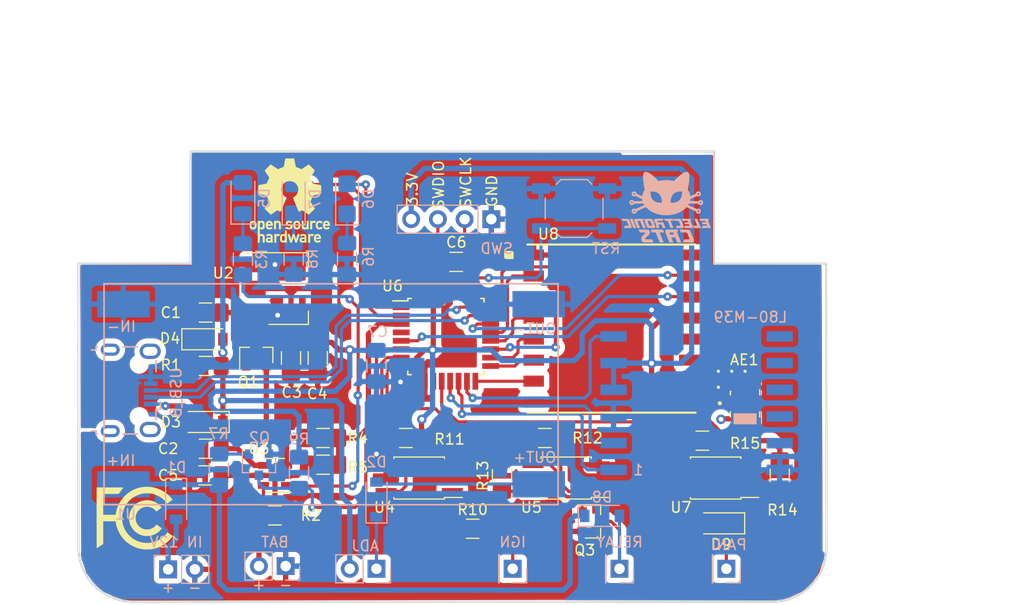
<source format=kicad_pcb>
(kicad_pcb (version 20221018) (generator pcbnew)
  (title_block (title "CatWAN Tracker Vehicular") (date "2019-03-25") (rev "0.1v") (company "Electronic Cats") (comment 1 "Ignacio Acosta"))
  (layers (0 "F.Cu" signal) (31 "B.Cu" signal) (34 "B.Paste" user) (35 "F.Paste" user) (36 "B.SilkS" user "B.Silkscreen") (37 "F.SilkS" user "F.Silkscreen") (38 "B.Mask" user) (39 "F.Mask" user) (44 "Edge.Cuts" user))
  (net 0 "")
  (net 1 "GND")
  (net 2 "Net-(AE1-Pad1)")
  (net 3 "+5V")
  (net 4 "+3V3")
  (net 5 "+BATT")
  (net 6 "/microcontroller/VDD_CORE")
  (net 7 "Net-(D1-Pad2)")
  (net 8 "+12V")
  (net 9 "Net-(D2-Pad1)")
  (net 10 "Net-(D2-Pad2)")
  (net 11 "Net-(D3-Pad2)")
  (net 12 "Net-(D5-Pad1)")
  (net 13 "Net-(D6-Pad1)")
  (net 14 "/microcontroller/LED_1")
  (net 15 "/microcontroller/LED_2")
  (net 16 "Net-(D7-Pad1)")
  (net 17 "Net-(D8-Pad2)")
  (net 18 "Net-(D9-Pad1)")
  (net 19 "Net-(D9-Pad2)")
  (net 20 "D-")
  (net 21 "D+")
  (net 22 "Net-(J5-Pad1)")
  (net 23 "/microcontroller/SWCLK")
  (net 24 "/microcontroller/SWDIO")
  (net 25 "/microcontroller/RX_GPS")
  (net 26 "/microcontroller/TX_GPS")
  (net 27 "/microcontroller/1PPS")
  (net 28 "Net-(MODULE1-Pad7)")
  (net 29 "Net-(MODULE1-Pad8)")
  (net 30 "Net-(MODULE1-Pad10)")
  (net 31 "Net-(MODULE1-Pad11)")
  (net 32 "Net-(Q2-Pad1)")
  (net 33 "/microcontroller/SIG_CONECTADO")
  (net 34 "Net-(Q3-Pad1)")
  (net 35 "Net-(R2-Pad1)")
  (net 36 "Net-(R3-Pad2)")
  (net 37 "V_DIV")
  (net 38 "Net-(R10-Pad1)")
  (net 39 "/microcontroller/SIG_IGNI")
  (net 40 "Net-(R12-Pad1)")
  (net 41 "/microcontroller/OUT_SIG")
  (net 42 "Net-(R13-Pad1)")
  (net 43 "Net-(R14-Pad1)")
  (net 44 "/microcontroller/SIG_PANI")
  (net 45 "/microcontroller/RST_SAMD")
  (net 46 "Net-(U6-Pad4)")
  (net 47 "/microcontroller/DIO0")
  (net 48 "Net-(U6-Pad11)")
  (net 49 "/microcontroller/DIO5")
  (net 50 "/microcontroller/RST_RF")
  (net 51 "/microcontroller/NSS")
  (net 52 "/microcontroller/MOSI")
  (net 53 "/microcontroller/SCK")
  (net 54 "/microcontroller/MISO")
  (net 55 "/microcontroller/DIO1")
  (net 56 "/microcontroller/DIO2")
  (net 57 "Net-(U6-Pad27)")
  (net 58 "Net-(U8-Pad11)")
  (net 59 "Net-(U8-Pad12)")
  (net 60 "Net-(C1-Pad1)")
  (footprint "Capacitor_SMD:C_1206_3216Metric_Pad1.42x1.75mm_HandSolder" (layer "F.Cu") (at 114.808 79.756 180)
    (fp_text reference "C2")
    (fp_text value "10uf")
  )
  (footprint "Diode_SMD:D_SOD-123" (layer "F.Cu") (at 114.808 77.216 180)
    (fp_text reference "D3")
    (fp_text value "D_Schottky")
  )
  (footprint "gps_LoRa:MOLEX_1661" (layer "F.Cu") (at 166.116 75.438 -90)
    (fp_text reference "AE1")
    (fp_text value "Antenna_Shield")
  )
  (footprint "Capacitor_SMD:C_1206_3216Metric_Pad1.42x1.75mm_HandSolder" (layer "F.Cu") (at 114.808 66.802 180)
    (fp_text reference "C1")
    (fp_text value "10uf")
  )
  (footprint "Capacitor_SMD:C_1206_3216Metric_Pad1.42x1.75mm_HandSolder" (layer "F.Cu") (at 122.936 71.12 -90)
    (fp_text reference "C3")
    (fp_text value "100uf")
  )
  (footprint "Capacitor_SMD:C_1206_3216Metric_Pad1.42x1.75mm_HandSolder" (layer "F.Cu") (at 138.6475 61.976)
    (fp_text reference "C6")
    (fp_text value "1uf")
  )
  (footprint "Diode_SMD:D_SOD-123" (layer "F.Cu") (at 163.83 86.868 180)
    (fp_text reference "D9")
    (fp_text value "D_Schottky")
  )
  (footprint "Package_TO_SOT_SMD:SOT-23" (layer "F.Cu") (at 119.634 70.866 90)
    (fp_text reference "Q1")
    (fp_text value "Q_PMOS_GSD")
  )
  (footprint "Package_TO_SOT_SMD:SOT-23" (layer "F.Cu") (at 151.622 86.68)
    (fp_text reference "Q3")
    (fp_text value "SMMBT3904LT1G")
  )
  (footprint "Resistor_SMD:R_1206_3216Metric_Pad1.42x1.75mm_HandSolder" (layer "F.Cu") (at 114.808 71.882 180)
    (fp_text reference "R1")
    (fp_text value "47k")
  )
  (footprint "Resistor_SMD:R_1206_3216Metric_Pad1.42x1.75mm_HandSolder" (layer "F.Cu") (at 140.208 87.376)
    (fp_text reference "R10")
    (fp_text value "1k")
  )
  (footprint "Resistor_SMD:R_1206_3216Metric_Pad1.42x1.75mm_HandSolder" (layer "F.Cu") (at 133.858 78.74)
    (fp_text reference "R11")
    (fp_text value "10k")
  )
  (footprint "Resistor_SMD:R_1206_3216Metric_Pad1.42x1.75mm_HandSolder" (layer "F.Cu") (at 147.066 78.74 180)
    (fp_text reference "R12")
    (fp_text value "330")
  )
  (footprint "Resistor_SMD:R_1206_3216Metric_Pad1.42x1.75mm_HandSolder" (layer "F.Cu") (at 143.002 82.3325 90)
    (fp_text reference "R13")
    (fp_text value "1k")
  )
  (footprint "Resistor_SMD:R_1206_3216Metric_Pad1.42x1.75mm_HandSolder" (layer "F.Cu") (at 169.418 82.296 90)
    (fp_text reference "R14")
    (fp_text value "330")
  )
  (footprint "Resistor_SMD:R_1206_3216Metric_Pad1.42x1.75mm_HandSolder" (layer "F.Cu") (at 162.052 78.994)
    (fp_text reference "R15")
    (fp_text value "10k")
  )
  (footprint "Package_TO_SOT_SMD:SOT-223-3_TabPin2" (layer "F.Cu") (at 122.682 64.516)
    (fp_text reference "U2")
    (fp_text value "AP2114-3.3")
  )
  (footprint "Package_TO_SOT_SMD:SOT-23-5" (layer "F.Cu") (at 121.412 82.296 180)
    (fp_text reference "U3")
    (fp_text value "MCP73831-3-OT")
  )
  (footprint "Package_SO:SO-4_4.4x3.6mm_P2.54mm" (layer "F.Cu") (at 135.128 82.55 180)
    (fp_text reference "U4")
    (fp_text value "LTV-352T")
  )
  (footprint "Package_QFP:TQFP-32_7x7mm_P0.8mm" (layer "F.Cu") (at 137.668 69.088)
    (fp_text reference "U6")
    (fp_text value "ATSAMD21E")
  )
  (footprint "Package_SO:SO-4_4.4x3.6mm_P2.54mm" (layer "F.Cu") (at 163.322 82.55 180)
    (fp_text reference "U7")
    (fp_text value "LTV-352T")
  )
  (footprint "gps_LoRa:RFM95W" (layer "F.Cu") (at 153.416 68.326)
    (fp_text reference "U8")
    (fp_text value "RFM95W-868S2")
  )
  (footprint "Package_SO:SO-4_4.4x3.6mm_P2.54mm" (layer "F.Cu") (at 149.098 82.55 180)
    (fp_text reference "U5")
    (fp_text value "LTV-352T")
  )
  (footprint "Capacitor_SMD:C_1206_3216Metric_Pad1.42x1.75mm_HandSolder" (layer "F.Cu") (at 125.476 71.12 -90)
    (fp_text reference "C4")
    (fp_text value "0.1uf")
  )
  (footprint "Capacitor_SMD:C_1206_3216Metric_Pad1.42x1.75mm_HandSolder" (layer "F.Cu") (at 114.7715 82.296 180)
    (fp_text reference "C5")
    (fp_text value "10uf")
  )
  (footprint "Resistor_SMD:R_1206_3216Metric_Pad1.42x1.75mm_HandSolder" (layer "F.Cu") (at 121.412 86.106)
    (fp_text reference "R2")
    (fp_text value "2k")
  )
  (footprint "Resistor_SMD:R_1206_3216Metric_Pad1.42x1.75mm_HandSolder" (layer "F.Cu") (at 125.984 78.74)
    (fp_text reference "R4")
    (fp_text value "100k")
  )
  (footprint "Resistor_SMD:R_1206_3216Metric_Pad1.42x1.75mm_HandSolder" (layer "F.Cu") (at 125.984 81.28 180)
    (fp_text reference "R5")
    (fp_text value "100k")
  )
  (footprint "Diode_SMD:D_SOD-123" (layer "F.Cu") (at 114.808 69.342)
    (fp_text reference "D4")
    (fp_text value "D_Schottky")
  )
  (footprint "Symbols:OSHW-Logo_7.5x8mm_SilkScreen" (layer "F.Cu") (at 122.809 56.134)
    (fp_text reference "REF***" hide)
    (fp_text value "OSHW-Logo_7.5x8mm_SilkScreen" hide)
  )
  (footprint "Symbols:FCC-Logo_7.3x6mm_SilkScreen" (layer "F.Cu") (at 108.077 86.36)
    (fp_text reference "REF***" hide)
    (fp_text value "FCC-Logo_7.3x6mm_SilkScreen" hide)
  )
  (footprint "Connector_PinHeader_2.54mm:PinHeader_1x02_P2.54mm_Vertical" (layer "B.Cu") (at 111.252 91.24 -90)
    (fp_text reference "J1")
    (fp_text value "IN 12V")
  )
  (footprint "Capacitor_SMD:C_1206_3216Metric_Pad1.42x1.75mm_HandSolder" (layer "B.Cu") (at 131.064 71.882 -90)
    (fp_text reference "C7")
    (fp_text value "0.1uf")
  )
  (footprint "Diode_SMD:D_SOD-123" (layer "B.Cu") (at 131.064 84.582 90)
    (fp_text reference "D2")
    (fp_text value "D_Schottky")
  )
  (footprint "LED_SMD:LED_1206_3216Metric_Pad1.42x1.75mm_HandSolder" (layer "B.Cu") (at 118.364 55.9165 90)
    (fp_text reference "D5")
    (fp_text value "LED")
  )
  (footprint "LED_SMD:LED_1206_3216Metric_Castellated" (layer "B.Cu") (at 128.27 55.979 90)
    (fp_text reference "D6")
    (fp_text value "LED_GREEN")
  )
  (footprint "LED_SMD:LED_1206_3216Metric_Castellated" (layer "B.Cu") (at 123.19 55.979 90)
    (fp_text reference "D7")
    (fp_text value "LED_RED")
  )
  (footprint "Diode_SMD:D_SOD-123" (layer "B.Cu") (at 152.52 86.15)
    (fp_text reference "D8")
    (fp_text value "D_Schottky")
  )
  (footprint "Connector_USB:USB_Micro-B_Wuerth_629105150521" (layer "B.Cu") (at 107.696 74.21 90)
    (fp_text reference "J2")
    (fp_text value "USB_B")
  )
  (footprint "Connector_PinHeader_2.54mm:PinHeader_1x02_P2.54mm_Vertical" (layer "B.Cu") (at 131.064 91.186 90)
    (fp_text reference "J3")
    (fp_text value "ADJ")
  )
  (footprint "Connector_PinHeader_2.54mm:PinHeader_1x02_P2.54mm_Vertical" (layer "B.Cu") (at 122.428 90.932 90)
    (fp_text reference "J4")
    (fp_text value "BAT")
  )
  (footprint "Connector_PinHeader_2.54mm:PinHeader_1x01_P2.54mm_Vertical" (layer "B.Cu") (at 154.178 91.186 90)
    (fp_text reference "J6")
    (fp_text value "RELAY")
  )
  (footprint "Connector_PinHeader_2.54mm:PinHeader_1x01_P2.54mm_Vertical" (layer "B.Cu") (at 164.338 91.186 90)
    (fp_text reference "J7")
    (fp_text value "PANI")
  )
  (footprint "Connector_PinHeader_2.54mm:PinHeader_1x04_P2.54mm_Vertical" (layer "B.Cu") (at 141.986 57.912 90)
    (fp_text reference "J8")
    (fp_text value "SWD")
  )
  (footprint "QUECTEL_L80-M39" (layer "B.Cu") (at 161.51 76.27 180)
    (fp_text reference "MODULE1")
    (fp_text value "L80-M39")
  )
  (footprint "Package_TO_SOT_SMD:SOT-23" (layer "B.Cu") (at 119.888 81.28 -90)
    (fp_text reference "Q2")
    (fp_text value "SMMBT3904LT1G")
  )
  (footprint "Resistor_SMD:R_1206_3216Metric_Pad1.42x1.75mm_HandSolder" (layer "B.Cu") (at 118.364 61.7275 -90)
    (fp_text reference "R3")
    (fp_text value "330")
  )
  (footprint "Resistor_SMD:R_1206_3216Metric_Pad1.42x1.75mm_HandSolder" (layer "B.Cu") (at 128.27 61.6855 -90)
    (fp_text reference "R6")
    (fp_text value "330")
  )
  (footprint "Resistor_SMD:R_1206_3216Metric_Pad1.42x1.75mm_HandSolder" (layer "B.Cu") (at 116.078 81.7515 -90)
    (fp_text reference "R7")
    (fp_text value "1k")
  )
  (footprint "Resistor_SMD:R_1206_3216Metric_Pad1.42x1.75mm_HandSolder" (layer "B.Cu") (at 123.19 61.6855 -90)
    (fp_text reference "R8")
    (fp_text value "330")
  )
  (footprint "Button_Switch_SMD:SW_SPST_TL3342" (layer "B.Cu") (at 149.86 56.896 180)
    (fp_text reference "SW1")
    (fp_text value "RST")
  )
  (footprint "Diode_SMD:D_SOD-123" (layer "B.Cu") (at 112.014 84.836 -90)
    (fp_text reference "D1")
    (fp_text value "D_Schottky")
  )
  (footprint "Connector_PinHeader_2.54mm:PinHeader_1x01_P2.54mm_Vertical" (layer "B.Cu") (at 144.018 91.186 90)
    (fp_text reference "J5")
    (fp_text value "IGN")
  )
  (footprint "gps_LoRa:LM2596DC-DC" (layer "B.Cu") (at 105.156 85.09)
    (fp_text reference "U1")
    (fp_text value "LM2596")
  )
  (footprint "Aesthetics:electronic_cats_logo_8x6" (layer "B.Cu") (at 158.623 56.769 180)
    (fp_text reference "G***" hide)
    (fp_text value "LOGO" hide)
  )
  (footprint "Resistor_SMD:R_1206_3216Metric_Pad1.42x1.75mm_HandSolder" (layer "B.Cu") (at 123.698 82.042 90)
    (fp_text reference "R9")
    (fp_text value "10k")
  )
  (gr_arc (start 173.86 89.17) (mid 172.3516 92.8116) (end 168.71 94.32) (stroke (width 0.2)) (layer "Edge.Cuts"))
  (gr_line (start 102.718 62.14) (end 102.72 89.16) (stroke (width 0.2)) (layer "Edge.Cuts"))
  (gr_line (start 173.86 89.17) (end 173.838 62.14) (stroke (width 0.2)) (layer "Edge.Cuts"))
  (gr_arc (start 107.87 94.31) (mid 104.2284 92.8016) (end 102.72 89.16) (stroke (width 0.2)) (layer "Edge.Cuts"))
  (gr_line (start 113.386 62.14) (end 102.718 62.14) (stroke (width 0.2)) (layer "Edge.Cuts"))
  (gr_line (start 173.838 62.14) (end 163.17 62.14) (stroke (width 0.2)) (layer "Edge.Cuts"))
  (gr_line (start 163.17 51.472) (end 113.386 51.472) (stroke (width 0.2)) (layer "Edge.Cuts"))
  (gr_line (start 113.386 51.472) (end 113.386 62.14) (stroke (width 0.2)) (layer "Edge.Cuts"))
  (gr_line (start 163.17 62.14) (end 163.17 51.472) (stroke (width 0.2)) (layer "Edge.Cuts"))
  (gr_line (start 107.87 94.31) (end 168.71 94.32) (stroke (width 0.2)) (layer "Edge.Cuts"))
  (gr_text "+" (at 119.888 92.71) (layer "B.SilkS") (effects (font (size 1 1)) (justify mirror)))
  (gr_text "-" (at 113.792 92.964) (layer "B.SilkS") (effects (font (size 1 1)) (justify mirror)))
  (gr_text "+" (at 111.252 92.964) (layer "B.SilkS") (effects (font (size 1 1)) (justify mirror)))
  (gr_text "-" (at 122.428 92.71) (layer "B.SilkS") (effects (font (size 1 1)) (justify mirror)))
  (gr_text "1" (at 155.956 81.788) (layer "B.SilkS") (effects (font (size 1 1)) (justify mirror)))
  (gr_text "SWDIO\n" (at 136.97 54.64 90) (layer "F.SilkS") (effects (font (size 1 1))))
  (gr_text "SWCLK" (at 139.56 54.39 90) (layer "F.SilkS") (effects (font (size 1 1))))
  (gr_text "GND\n" (at 142.04 55.23 90) (layer "F.SilkS") (effects (font (size 1 1))))
  (gr_text "3.3V" (at 134.48 55.09 90) (layer "F.SilkS") (effects (font (size 1 1))))
  (segment (start 166.116 76.913) (end 163.879 76.913) (width 0.5) (layer "F.Cu") (net 0))
  (segment (start 163.879 76.913) (end 163.83 76.962) (width 0.5) (layer "F.Cu") (net 0))
  (via (at 163.83 76.962) (size 0.9) (drill 0.45) (layers "F.Cu" "B.Cu") (net 0))
  (segment (start 135.668 72.038) (end 136.332 71.374) (width 0.5) (layer "F.Cu") (net 1))
  (segment (start 135.668 73.338) (end 135.668 74.638) (width 0.5) (layer "F.Cu") (net 1))
  (segment (start 135.668 74.638) (end 135.122 75.184) (width 0.5) (layer "F.Cu") (net 1))
  (segment (start 123.542 82.296) (end 124.05 81.788) (width 0.5) (layer "F.Cu") (net 1))
  (segment (start 135.122 75.184) (end 133.858 75.184) (width 0.5) (layer "F.Cu") (net 1))
  (segment (start 138.068 65.905998) (end 138.068 64.838) (width 0.5) (layer "F.Cu") (net 1))
  (segment (start 139.237466 61.976) (end 139.3225 61.976) (width 0.5) (layer "F.Cu") (net 1))
  (segment (start 138.068 63.145466) (end 139.237466 61.976) (width 0.5) (layer "F.Cu") (net 1))
  (segment (start 131.978 81.28) (end 131.978 80.416) (width 0.5) (layer "F.Cu") (net 1))
  (segment (start 137.668 70.612) (end 137.668 66.305998) (width 0.5) (layer "F.Cu") (net 1))
  (segment (start 137.668 66.305998) (end 138.068 65.905998) (width 0.5) (layer "F.Cu") (net 1))
  (segment (start 136.906 71.374) (end 137.668 70.612) (width 0.5) (layer "F.Cu") (net 1))
  (segment (start 133.35 74.676) (end 133.35 73.406) (width 0.5) (layer "F.Cu") (net 1))
  (segment (start 138.068 64.838) (end 138.068 63.145466) (width 0.5) (layer "F.Cu") (net 1))
  (segment (start 136.332 71.374) (end 136.906 71.374) (width 0.5) (layer "F.Cu") (net 1))
  (segment (start 131.978 80.416) (end 131.826 80.264) (width 0.5) (layer "F.Cu") (net 1))
  (segment (start 121.398 62.216) (end 121.412 62.23) (width 0.5) (layer "F.Cu") (net 1))
  (segment (start 131.826 80.264) (end 131.064 80.264) (width 0.5) (layer "F.Cu") (net 1))
  (segment (start 133.858 75.184) (end 133.35 74.676) (width 0.5) (layer "F.Cu") (net 1))
  (segment (start 122.512 82.296) (end 123.542 82.296) (width 0.5) (layer "F.Cu") (net 1))
  (segment (start 139.3225 61.976) (end 140.135 61.976) (width 0.5) (layer "F.Cu") (net 1))
  (segment (start 119.532 62.216) (end 121.398 62.216) (width 0.5) (layer "F.Cu") (net 1))
  (segment (start 135.668 73.338) (end 135.668 72.038) (width 0.5) (layer "F.Cu") (net 1))
  (via (at 121.412 62.23) (size 0.9) (drill 0.45) (layers "F.Cu" "B.Cu") (net 1))
  (via (at 131.064 80.264) (size 0.9) (drill 0.45) (layers "F.Cu" "B.Cu") (net 1))
  (via (at 164.846 72.39) (size 0.8) (drill 0.3) (layers "F.Cu" "B.Cu") (net 1))
  (via (at 166.116 72.39) (size 0.8) (drill 0.3) (layers "F.Cu" "B.Cu") (net 1))
  (via (at 157.226 66.548) (size 0.9) (drill 0.45) (layers "F.Cu" "B.Cu") (net 1))
  (via (at 163.576 72.39) (size 0.8) (drill 0.3) (layers "F.Cu" "B.Cu") (net 1))
  (via (at 163.576 73.914) (size 0.8) (drill 0.3) (layers "F.Cu" "B.Cu") (net 1))
  (via (at 133.35 73.406) (size 0.9) (drill 0.45) (layers "F.Cu" "B.Cu") (net 1))
  (via (at 121.666 67.056) (size 0.9) (drill 0.45) (layers "F.Cu" "B.Cu") (net 1))
  (segment (start 133.35 73.406) (end 131.1005 73.406) (width 0.5) (layer "B.Cu") (net 1))
  (segment (start 109.474 73.548) (end 109.474 72.898) (width 0.3) (layer "B.Cu") (net 1))
  (segment (start 131.1005 73.406) (end 131.064 73.3695) (width 0.5) (layer "B.Cu") (net 1))
  (segment (start 160.816 75.326) (end 164.504 75.326) (width 0.5) (layer "F.Cu") (net 2))
  (segment (start 164.504 75.326) (end 164.616 75.438) (width 0.3) (layer "F.Cu") (net 2))
  (segment (start 116.458 70.612) (end 116.458 71.7195) (width 0.5) (layer "F.Cu") (net 3))
  (segment (start 116.458 71.7195) (end 116.2955 71.882) (width 0.5) (layer "F.Cu") (net 3))
  (segment (start 116.2955 77.3785) (end 116.458 77.216) (width 0.5) (layer "F.Cu") (net 3))
  (segment (start 116.458 75.184) (end 116.458 72.0445) (width 0.5) (layer "F.Cu") (net 3))
  (segment (start 116.458 72.0445) (end 116.2955 71.882) (width 0.5) (layer "F.Cu") (net 3))
  (segment (start 116.2955 79.756) (end 117.856 79.756) (width 0.5) (layer "F.Cu") (net 3))
  (segment (start 116.458 69.342) (end 116.458 70.612) (width 0.5) (layer "F.Cu") (net 3))
  (segment (start 116.458 77.216) (end 116.458 75.184) (width 0.5) (layer "F.Cu") (net 3))
  (segment (start 116.2955 79.756) (end 116.2955 77.3785) (width 0.5) (layer "F.Cu") (net 3))
  (segment (start 118.668 71.882) (end 118.684 71.866) (width 0.5) (layer "F.Cu") (net 3))
  (segment (start 119.446 81.346) (end 120.312 81.346) (width 0.5) (layer "F.Cu") (net 3))
  (segment (start 116.2955 71.882) (end 118.668 71.882) (width 0.5) (layer "F.Cu") (net 3))
  (segment (start 117.856 79.756) (end 119.446 81.346) (width 0.5) (layer "F.Cu") (net 3))
  (via (at 116.458 70.612) (size 0.9) (drill 0.45) (layers "F.Cu" "B.Cu") (net 3))
  (via (at 116.458 75.184) (size 0.9) (drill 0.45) (layers "F.Cu" "B.Cu") (net 3))
  (segment (start 117.094 54.429) (end 118.364 54.429) (width 0.5) (layer "B.Cu") (net 3))
  (segment (start 116.458 69.975604) (end 116.586 69.847604) (width 0.5) (layer "B.Cu") (net 3))
  (segment (start 116.458 54.738) (end 116.767 54.429) (width 0.5) (layer "B.Cu") (net 3))
  (segment (start 127.254 75.184) (end 120.142 75.184) (width 0.5) (layer "B.Cu") (net 3))
  (segment (start 120.142 75.184) (end 116.458 75.184) (width 0.5) (layer "B.Cu") (net 3))
  (segment (start 116.458 70.612) (end 116.458 69.975604) (width 0.5) (layer "B.Cu") (net 3))
  (segment (start 128.524 85.09) (end 127.762 84.328) (width 0.5) (layer "B.Cu") (net 3))
  (segment (start 127.762 75.692) (end 127.254 75.184) (width 0.5) (layer "B.Cu") (net 3))
  (segment (start 116.458 70.612) (end 116.458 54.738) (width 0.5) (layer "B.Cu") (net 3))
  (segment (start 127.762 84.328) (end 127.762 75.692) (width 0.5) (layer "B.Cu") (net 3))
  (segment (start 128.524 91.186) (end 128.524 85.09) (width 0.5) (layer "B.Cu") (net 3))
  (segment (start 116.767 54.429) (end 117.094 54.429) (width 0.5) (layer "B.Cu") (net 3))
  (segment (start 122.936 69.6325) (end 125.476 69.6325) (width 0.5) (layer "F.Cu") (net 4))
  (segment (start 127.508 70.358) (end 126.7825 69.6325) (width 0.5) (layer "F.Cu") (net 4))
  (segment (start 136.468 70.288) (end 136.398 70.358) (width 0.5) (layer "F.Cu") (net 4))
  (segment (start 135.636 70.358) (end 134.868 71.126) (width 0.5) (layer "F.Cu") (net 4))
  (segment (start 122.428 64.516) (end 119.532 64.516) (width 0.5) (layer "F.Cu") (net 4))
  (segment (start 128.524 70.358) (end 127.508 70.358) (width 0.5) (layer "F.Cu") (net 4))
  (segment (start 126.7825 69.6325) (end 127.254 70.104) (width 0.5) (layer "F.Cu") (net 4))
  (segment (start 158.242 76.962) (end 157.226 75.946) (width 0.5) (layer "F.Cu") (net 4))
  (segment (start 169.418 79.756) (end 169.418 80.8085) (width 0.5) (layer "F.Cu") (net 4))
  (segment (start 162.4825 76.962) (end 158.242 76.962) (width 0.5) (layer "F.Cu") (net 4))
  (segment (start 163.5395 78.994) (end 163.5395 78.019) (width 0.5) (layer "F.Cu") (net 4))
  (segment (start 168.656 78.994) (end 169.418 79.756) (width 0.5) (layer "F.Cu") (net 4))
  (segment (start 135.636 70.358) (end 136.398 70.358) (width 0.5) (layer "F.Cu") (net 4))
  (segment (start 157.226 71.628) (end 157.226 68.326) (width 0.5) (layer "F.Cu") (net 4))
  (segment (start 122.936 64.516) (end 122.428 64.516) (width 0.5) (layer "F.Cu") (net 4))
  (segment (start 135.3455 78.74) (end 135.3455 76.9985) (width 0.5) (layer "F.Cu") (net 4))
  (segment (start 157.226 75.946) (end 157.226 71.628) (width 0.5) (layer "F.Cu") (net 4))
  (segment (start 123.444 64.516) (end 122.936 64.516) (width 0.5) (layer "F.Cu") (net 4))
  (segment (start 122.936 69.6325) (end 122.936 65.024) (width 0.5) (layer "F.Cu") (net 4))
  (segment (start 158.226 67.326) (end 160.816 67.326) (width 0.5) (layer "F.Cu") (net 4))
  (segment (start 122.936 65.024) (end 123.444 64.516) (width 0.5) (layer "F.Cu") (net 4))
  (segment (start 136.468 64.838) (end 136.468 70.288) (width 0.5) (layer "F.Cu") (net 4))
  (segment (start 163.5395 78.019) (end 162.4825 76.962) (width 0.5) (layer "F.Cu") (net 4))
  (segment (start 134.868 71.126) (end 134.868 73.338) (width 0.5) (layer "F.Cu") (net 4))
  (segment (start 135.3455 78.74) (end 142.494 78.74) (width 0.5) (layer "F.Cu") (net 4))
  (segment (start 142.494 78.74) (end 143.002 79.248) (width 0.5) (layer "F.Cu") (net 4))
  (segment (start 122.428 64.516) (end 122.936 65.024) (width 0.5) (layer "F.Cu") (net 4))
  (segment (start 125.476 69.6325) (end 126.7825 69.6325) (width 0.5) (layer "F.Cu") (net 4))
  (segment (start 122.936 65.024) (end 122.936 64.516) (width 0.5) (layer "F.Cu") (net 4))
  (segment (start 143.002 79.248) (end 143.002 80.845) (width 0.5) (layer "F.Cu") (net 4))
  (segment (start 125.832 64.516) (end 123.444 64.516) (width 0.5) (layer "F.Cu") (net 4))
  (segment (start 163.5395 78.994) (end 168.656 78.994) (width 0.5) (layer "F.Cu") (net 4))
  (segment (start 157.226 68.326) (end 158.226 67.326) (width 0.5) (layer "F.Cu") (net 4))
  (segment (start 135.3455 76.9985) (end 135.382 76.962) (width 0.5) (layer "F.Cu") (net 4))
  (via (at 157.226 71.628) (size 0.9) (drill 0.45) (layers "F.Cu" "B.Cu") (net 4))
  (via (at 136.398 70.358) (size 0.9) (drill 0.45) (layers "F.Cu" "B.Cu") (net 4))
  (via (at 128.524 70.358) (size 0.9) (drill 0.45) (layers "F.Cu" "B.Cu") (net 4))
  (via (at 135.382 76.962) (size 0.9) (drill 0.45) (layers "F.Cu" "B.Cu") (net 4))
  (segment (start 151.892 67.564) (end 156.718 67.564) (width 0.5) (layer "B.Cu") (net 4))
  (segment (start 136.398 75.946) (end 135.382 76.962) (width 0.5) (layer "B.Cu") (net 4))
  (segment (start 127.138001 74.283999) (end 115.708001 74.283999) (width 0.5) (layer "B.Cu") (net 4))
  (segment (start 134.366 54.356) (end 135.636 53.086) (width 0.5) (layer "B.Cu") (net 4))
  (segment (start 157.226 70.358) (end 157.226 71.628) (width 0.5) (layer "B.Cu") (net 4))
  (segment (start 131.064 70.3945) (end 132.039 70.3945) (width 0.5) (layer "B.Cu") (net 4))
  (segment (start 128.5605 70.3945) (end 128.524 70.358) (width 0.5) (layer "B.Cu") (net 4))
  (segment (start 143.002 71.374) (end 149.86 71.374) (width 0.5) (layer "B.Cu") (net 4))
  (segment (start 123.698 76.708) (end 123.698 80.5545) (width 0.5) (layer "B.Cu") (net 4))
  (segment (start 115.316 74.676) (end 115.316 75.692) (width 0.5) (layer "B.Cu") (net 4))
  (segment (start 132.0755 70.358) (end 134.874 70.358) (width 0.5) (layer "B.Cu") (net 4))
  (segment (start 132.039 70.3945) (end 132.0755 70.358) (width 0.5) (layer "B.Cu") (net 4))
  (segment (start 123.19 76.2) (end 123.698 76.708) (width 0.5) (layer "B.Cu") (net 4))
  (segment (start 161.036 70.612) (end 160.02 71.628) (width 0.5) (layer "B.Cu") (net 4))
  (segment (start 160.02 71.628) (end 157.226 71.628) (width 0.5) (layer "B.Cu") (net 4))
  (segment (start 134.366 55.372) (end 134.366 57.912) (width 0.5) (layer "B.Cu") (net 4))
  (segment (start 136.398 70.358) (end 136.398 75.946) (width 0.5) (layer "B.Cu") (net 4))
  (segment (start 115.316 75.692) (end 115.824 76.2) (width 0.5) (layer "B.Cu") (net 4))
  (segment (start 136.398 70.358) (end 141.986 70.358) (width 0.5) (layer "B.Cu") (net 4))
  (segment (start 161.036 54.102) (end 161.036 70.612) (width 0.5) (layer "B.Cu") (net 4))
  (segment (start 128.524 70.358) (end 128.524 72.898) (width 0.5) (layer "B.Cu") (net 4))
  (segment (start 134.366 56.642) (end 134.366 55.372) (width 0.5) (layer "B.Cu") (net 4))
  (segment (start 128.524 72.898) (end 127.138001 74.283999) (width 0.5) (layer "B.Cu") (net 4))
  (segment (start 150.622 68.834) (end 151.892 67.564) (width 0.5) (layer "B.Cu") (net 4))
  (segment (start 149.86 71.374) (end 150.622 70.612) (width 0.5) (layer "B.Cu") (net 4))
  (segment (start 156.718 67.564) (end 157.226 68.072) (width 0.5) (layer "B.Cu") (net 4))
  (segment (start 153.61 74.15) (end 153.61 71.61) (width 0.5) (layer "B.Cu") (net 4))
  (segment (start 115.708001 74.283999) (end 115.316 74.676) (width 0.5) (layer "B.Cu") (net 4))
  (segment (start 150.622 70.612) (end 150.622 68.834) (width 0.5) (layer "B.Cu") (net 4))
  (segment (start 134.112 70.358) (end 134.874 70.358) (width 0.5) (layer "B.Cu") (net 4))
  (segment (start 135.636 53.086) (end 160.02 53.086) (width 0.5) (layer "B.Cu") (net 4))
  (segment (start 160.02 53.086) (end 161.036 54.102) (width 0.5) (layer "B.Cu") (net 4))
  (segment (start 157.208 71.61) (end 157.226 71.628) (width 0.5) (layer "B.Cu") (net 4))
  (segment (start 141.986 70.358) (end 143.002 71.374) (width 0.5) (layer "B.Cu") (net 4))
  (segment (start 157.226 68.072) (end 157.226 70.358) (width 0.5) (layer "B.Cu") (net 4))
  (segment (start 131.064 70.3945) (end 128.5605 70.3945) (width 0.5) (layer "B.Cu") (net 4))
  (segment (start 153.61 71.61) (end 157.208 71.61) (width 0.5) (layer "B.Cu") (net 4))
  (segment (start 134.874 70.358) (end 136.398 70.358) (width 0.5) (layer "B.Cu") (net 4))
  (segment (start 134.366 55.372) (end 134.366 54.356) (width 0.5) (layer "B.Cu") (net 4))
  (segment (start 115.824 76.2) (end 123.19 76.2) (width 0.5) (layer "B.Cu") (net 4))
  (segment (start 122.512 81.346) (end 121.482 81.346) (width 0.5) (layer "F.Cu") (net 5))
  (segment (start 121.412 87.884) (end 119.888 89.408) (width 0.5) (layer "F.Cu") (net 5))
  (segment (start 122.512 79.248) (end 122.512 81.346) (width 0.5) (layer "F.Cu") (net 5))
  (segment (start 118.5955 82.296) (end 120.904 82.296) (width 0.5) (layer "F.Cu") (net 5))
  (segment (start 122.004 78.74) (end 122.512 79.248) (width 0.5) (layer "F.Cu") (net 5))
  (segment (start 121.412 82.042) (end 121.412 82.296) (width 0.5) (layer "F.Cu") (net 5))
  (segment (start 120.584 71.866) (end 120.584 78.232) (width 0.5) (layer "F.Cu") (net 5))
  (segment (start 122.682 78.74) (end 122.512 78.91) (width 0.5) (layer "F.Cu") (net 5))
  (segment (start 124.4965 78.74) (end 122.936 78.74) (width 0.5) (layer "F.Cu") (net 5))
  (segment (start 121.092 78.74) (end 120.584 78.232) (width 0.5) (layer "F.Cu") (net 5))
  (segment (start 117.0715 82.296) (end 120.904 82.296) (width 0.5) (layer "F.Cu") (net 5))
  (segment (start 121.158 82.296) (end 121.412 82.042) (width 0.5) (layer "F.Cu") (net 5))
  (segment (start 120.584 71.866) (end 120.584 73.406) (width 0.5) (layer "F.Cu") (net 5))
  (segment (start 122.512 78.91) (end 122.512 79.248) (width 0.5) (layer "F.Cu") (net 5))
  (segment (start 121.92 78.74) (end 121.092 78.74) (width 0.5) (layer "F.Cu") (net 5))
  (segment (start 121.412 82.296) (end 121.412 82.804) (width 0.5) (layer "F.Cu") (net 5))
  (segment (start 121.92 78.74) (end 122.004 78.74) (width 0.5) (layer "F.Cu") (net 5))
  (segment (start 122.512 79.248) (end 122.512 79.164) (width 0.5) (layer "F.Cu") (net 5))
  (segment (start 121.412 82.804) (end 121.412 87.884) (width 0.5) (layer "F.Cu") (net 5))
  (segment (start 120.904 82.296) (end 121.412 82.296) (width 0.5) (layer "F.Cu") (net 5))
  (segment (start 120.584 73.406) (end 120.584 72.628) (width 0.5) (layer "F.Cu") (net 5))
  (segment (start 121.482 81.346) (end 121.412 81.416) (width 0.5) (layer "F.Cu") (net 5))
  (segment (start 121.412 81.416) (end 121.412 81.788) (width 0.5) (layer "F.Cu") (net 5))
  (segment (start 122.682 78.74) (end 121.92 78.74) (width 0.5) (layer "F.Cu") (net 5))
  (segment (start 120.904 82.296) (end 121.158 82.296) (width 0.5) (layer "F.Cu") (net 5))
  (segment (start 120.904 82.296) (end 121.412 81.788) (width 0.5) (layer "F.Cu") (net 5))
  (segment (start 121.412 81.788) (end 121.412 82.042) (width 0.5) (layer "F.Cu") (net 5))
  (segment (start 116.259 82.296) (end 117.0715 82.296) (width 0.5) (layer "F.Cu") (net 5))
  (segment (start 122.512 79.164) (end 122.936 78.74) (width 0.5) (layer "F.Cu") (net 5))
  (segment (start 122.936 78.74) (end 122.682 78.74) (width 0.5) (layer "F.Cu") (net 5))
  (segment (start 120.904 82.296) (end 121.412 82.804) (width 0.5) (layer "F.Cu") (net 5))
  (segment (start 119.888 89.408) (end 119.888 90.932) (width 0.5) (layer "F.Cu") (net 5))
  (segment (start 137.16 61.976) (end 137.16 63.5) (width 0.3) (layer "F.Cu") (net 6))
  (segment (start 137.268 64.838) (end 137.268 63.608) (width 0.3) (layer "F.Cu") (net 6))
  (segment (start 137.268 63.608) (end 137.16 63.5) (width 0.3) (layer "F.Cu") (net 6))
  (segment (start 111.252 89.154) (end 112.014 88.392) (width 0.5) (layer "B.Cu") (net 7))
  (segment (start 112.014 88.392) (end 112.014 86.612) (width 0.5) (layer "B.Cu") (net 7))
  (segment (start 111.252 91.24) (end 111.252 89.154) (width 0.5) (layer "B.Cu") (net 7))
  (segment (start 112.014 83.186) (end 116.025 83.186) (width 0.5) (layer "B.Cu") (net 8))
  (segment (start 106.37 83.12) (end 111.948 83.12) (width 0.5) (layer "B.Cu") (net 8))
  (segment (start 148.844 93.218) (end 116.84 93.218) (width 0.5) (layer "B.Cu") (net 8))
  (segment (start 149.92 86.15) (end 149.48 86.59) (width 0.5) (layer "B.Cu") (net 8))
  (segment (start 111.948 83.12) (end 112.014 83.186) (width 0.5) (layer "B.Cu") (net 8))
  (segment (start 116.12379 92.50179) (end 116.12379 83.28479) (width 0.5) (layer "B.Cu") (net 8))
  (segment (start 116.84 93.218) (end 116.12379 92.50179) (width 0.5) (layer "B.Cu") (net 8))
  (segment (start 149.48 92.582) (end 148.844 93.218) (width 0.5) (layer "B.Cu") (net 8))
  (segment (start 116.005 83.312) (end 116.078 83.239) (width 0.5) (layer "B.Cu") (net 8))
  (segment (start 116.025 83.186) (end 116.078 83.239) (width 0.5) (layer "B.Cu") (net 8))
  (segment (start 150.87 86.15) (end 149.92 86.15) (width 0.5) (layer "B.Cu") (net 8))
  (segment (start 149.48 86.59) (end 149.48 92.582) (width 0.5) (layer "B.Cu") (net 8))
  (segment (start 116.12379 83.28479) (end 116.078 83.239) (width 0.5) (layer "B.Cu") (net 8))
  (segment (start 131.064 86.232) (end 131.064 91.186) (width 0.3) (layer "B.Cu") (net 9))
  (segment (start 145.867 83.12) (end 131.252 83.12) (width 0.3) (layer "B.Cu") (net 10))
  (segment (start 131.252 83.12) (end 131.064 82.932) (width 0.3) (layer "B.Cu") (net 10))
  (segment (start 112.776 75.692) (end 113.158 76.074) (width 0.5) (layer "F.Cu") (net 11))
  (segment (start 112.776 75.692) (end 110.998 75.692) (width 0.5) (layer "F.Cu") (net 11))
  (segment (start 113.158 76.074) (end 113.158 77.216) (width 0.5) (layer "F.Cu") (net 11))
  (via (at 110.998 75.692) (size 0.8) (drill 0.3) (layers "F.Cu" "B.Cu") (net 11))
  (segment (start 110.816 75.51) (end 110.998 75.692) (width 0.3) (layer "B.Cu") (net 11))
  (segment (start 109.596 75.51) (end 110.816 75.51) (width 0.3) (layer "B.Cu") (net 11))
  (segment (start 118.364 60.24) (end 118.364 57.404) (width 0.3) (layer "B.Cu") (net 12))
  (segment (start 128.27 60.198) (end 128.27 57.404) (width 0.3) (layer "B.Cu") (net 13))
  (segment (start 130.048 65.278) (end 130.048 54.61) (width 0.3) (layer "F.Cu") (net 14))
  (segment (start 133.418 66.288) (end 131.058 66.288) (width 0.3) (layer "F.Cu") (net 14))
  (segment (start 131.058 66.288) (end 130.048 65.278) (width 0.3) (layer "F.Cu") (net 14))
  (via (at 130.048 54.61) (size 0.8) (drill 0.3) (layers "F.Cu" "B.Cu") (net 14))
  (segment (start 130.048 54.61) (end 128.326 54.61) (width 0.3) (layer "B.Cu") (net 14))
  (segment (start 128.326 54.61) (end 128.27 54.554) (width 0.3) (layer "B.Cu") (net 14))
  (segment (start 128.524 54.61) (end 124.714 54.61) (width 0.3) (layer "F.Cu") (net 15))
  (segment (start 129.54 55.626) (end 128.524 54.61) (width 0.3) (layer "F.Cu") (net 15))
  (segment (start 129.54 65.47712) (end 129.54 55.626) (width 0.3) (layer "F.Cu") (net 15))
  (segment (start 133.418 67.088) (end 131.15088 67.088) (width 0.3) (layer "F.Cu") (net 15))
  (segment (start 131.15088 67.088) (end 129.54 65.47712) (width 0.3) (layer "F.Cu") (net 15))
  (via (at 124.714 54.61) (size 0.8) (drill 0.3) (layers "F.Cu" "B.Cu") (net 15))
  (segment (start 124.714 54.61) (end 123.246 54.61) (width 0.3) (layer "B.Cu") (net 15))
  (segment (start 123.246 54.61) (end 123.19 54.554) (width 0.3) (layer "B.Cu") (net 15))
  (segment (start 123.19 60.198) (end 123.19 57.404) (width 0.3) (layer "B.Cu") (net 16))
  (segment (start 154.178 87.486) (end 154.178 90.036) (width 0.3) (layer "F.Cu") (net 17))
  (segment (start 152.622 86.68) (end 153.372 86.68) (width 0.3) (layer "F.Cu") (net 17))
  (segment (start 154.178 90.036) (end 154.178 91.186) (width 0.3) (layer "F.Cu") (net 17))
  (segment (start 153.372 86.68) (end 154.178 87.486) (width 0.3) (layer "F.Cu") (net 17))
  (segment (start 154.178 91.186) (end 154.178 87.376) (width 0.3) (layer "B.Cu") (net 17))
  (segment (start 154.178 87.376) (end 154.17 87.368) (width 0.3) (layer "B.Cu") (net 17))
  (segment (start 154.17 87.368) (end 154.17 86.15) (width 0.3) (layer "B.Cu") (net 17))
  (segment (start 164.338 89.662) (end 165.48 88.52) (width 0.3) (layer "F.Cu") (net 18))
  (segment (start 165.48 88.52) (end 165.48 86.868) (width 0.3) (layer "F.Cu") (net 18))
  (segment (start 164.338 91.186) (end 164.338 89.662) (width 0.3) (layer "F.Cu") (net 18))
  (segment (start 163.83 84.318) (end 163.83 81.788) (width 0.3) (layer "F.Cu") (net 19))
  (segment (start 162.18 85.968) (end 163.83 84.318) (width 0.3) (layer "F.Cu") (net 19))
  (segment (start 164.338 81.28) (end 166.472 81.28) (width 0.3) (layer "F.Cu") (net 19))
  (segment (start 163.83 81.788) (end 164.338 81.28) (width 0.3) (layer "F.Cu") (net 19))
  (segment (start 162.18 86.868) (end 162.18 85.968) (width 0.3) (layer "F.Cu") (net 19))
  (segment (start 139.922 67.088) (end 139.446 67.564) (width 0.3) (layer "F.Cu") (net 20))
  (segment (start 141.918 67.088) (end 139.922 67.088) (width 0.3) (layer "F.Cu") (net 20))
  (via (at 139.446 67.564) (size 0.8) (drill 0.3) (layers "F.Cu" "B.Cu") (net 20))
  (segment (start 126.492 73.406) (end 127.723999 72.174001) (width 0.3) (layer "B.Cu") (net 20))
  (segment (start 115.737458 73.406) (end 126.492 73.406) (width 0.3) (layer "B.Cu") (net 20))
  (segment (start 127.723999 68.364001) (end 128.524 67.564) (width 0.3) (layer "B.Cu") (net 20))
  (segment (start 127.723999 72.174001) (end 127.723999 68.364001) (width 0.3) (layer "B.Cu") (net 20))
  (segment (start 128.524 67.564) (end 139.446 67.564) (width 0.3) (layer "B.Cu") (net 20))
  (segment (start 114.283458 74.86) (end 115.737458 73.406) (width 0.3) (layer "B.Cu") (net 20))
  (segment (start 109.596 74.86) (end 114.283458 74.86) (width 0.3) (layer "B.Cu") (net 20))
  (segment (start 139.452 66.288) (end 138.944 66.288) (width 0.3) (layer "F.Cu") (net 21))
  (segment (start 138.944 66.288) (end 138.684 66.548) (width 0.3) (layer "F.Cu") (net 21))
  (segment (start 139.452 66.288) (end 141.918 66.288) (width 0.3) (layer "F.Cu") (net 21))
  (via (at 138.684 66.548) (size 0.8) (drill 0.3) (layers "F.Cu" "B.Cu") (net 21))
  (segment (start 126.238 72.898) (end 127.223989 71.912011) (width 0.3) (layer "B.Cu") (net 21))
  (segment (start 109.596 74.21) (end 114.004 74.21) (width 0.3) (layer "B.Cu") (net 21))
  (segment (start 128.524 67.056) (end 137.414 67.056) (width 0.3) (layer "B.Cu") (net 21))
  (segment (start 127.223989 68.102011) (end 128.26201 67.06399) (width 0.3) (layer "B.Cu") (net 21))
  (segment (start 127.223989 71.912011) (end 127.223989 68.102011) (width 0.3) (layer "B.Cu") (net 21))
  (segment (start 128.26201 67.06399) (end 128.51601 67.06399) (width 0.3) (layer "B.Cu") (net 21))
  (segment (start 114.004 74.21) (end 115.316 72.898) (width 0.3) (layer "B.Cu") (net 21))
  (segment (start 115.316 72.898) (end 126.238 72.898) (width 0.3) (layer "B.Cu") (net 21))
  (segment (start 128.51601 67.06399) (end 128.524 67.056) (width 0.3) (layer "B.Cu") (net 21))
  (segment (start 137.414 67.056) (end 137.922 66.548) (width 0.3) (layer "B.Cu") (net 21))
  (segment (start 137.922 66.548) (end 138.684 66.548) (width 0.3) (layer "B.Cu") (net 21))
  (segment (start 144.018 87.63) (end 144.018 91.186) (width 0.3) (layer "F.Cu") (net 22))
  (segment (start 143.764 87.376) (end 144.018 87.63) (width 0.3) (layer "F.Cu") (net 22))
  (segment (start 141.6955 87.376) (end 143.764 87.376) (width 0.3) (layer "F.Cu") (net 22))
  (segment (start 139.446 59.436) (end 138.938 59.944) (width 0.3) (layer "F.Cu") (net 23))
  (segment (start 138.938 59.944) (end 136.144 59.944) (width 0.3) (layer "F.Cu") (net 23))
  (segment (start 139.446 57.912) (end 139.446 59.436) (width 0.3) (layer "F.Cu") (net 23))
  (segment (start 135.668 64.838) (end 135.668 60.42) (width 0.3) (layer "F.Cu") (net 23))
  (segment (start 136.144 59.944) (end 135.668 60.42) (width 0.3) (layer "F.Cu") (net 23))
  (segment (start 134.868 60.198) (end 134.868 63.738) (width 0.3) (layer "F.Cu") (net 24))
  (segment (start 136.906 59.182) (end 136.906 57.912) (width 0.3) (layer "F.Cu") (net 24))
  (segment (start 136.652 59.436) (end 136.906 59.182) (width 0.3) (layer "F.Cu") (net 24))
  (segment (start 134.868 59.95) (end 135.382 59.436) (width 0.3) (layer "F.Cu") (net 24))
  (segment (start 134.868 63.738) (end 134.868 64.838) (width 0.3) (layer "F.Cu") (net 24))
  (segment (start 134.868 59.882081) (end 134.868 60.198) (width 0.3) (layer "F.Cu") (net 24))
  (segment (start 134.868 60.198) (end 134.868 59.95) (width 0.3) (layer "F.Cu") (net 24))
  (segment (start 135.382 59.436) (end 136.652 59.436) (width 0.3) (layer "F.Cu") (net 24))
  (segment (start 138.868 74.438) (end 139.192 74.762) (width 0.3) (layer "F.Cu") (net 25))
  (segment (start 139.192 74.762) (end 139.192 75.184) (width 0.3) (layer "F.Cu") (net 25))
  (segment (start 138.868 73.338) (end 138.868 74.438) (width 0.3) (layer "F.Cu") (net 25))
  (segment (start 139.192 75.184) (end 139.192 76.454) (width 0.3) (layer "F.Cu") (net 25))
  (via (at 139.192 76.454) (size 0.8) (drill 0.3) (layers "F.Cu" "B.Cu") (net 25))
  (segment (start 139.192 76.454) (end 150.368 76.454) (width 0.3) (layer "B.Cu") (net 25))
  (segment (start 151.892 81.77) (end 153.61 81.77) (width 0.3) (layer "B.Cu") (net 25))
  (segment (start 150.622 76.708) (end 150.622 81.262) (width 0.3) (layer "B.Cu") (net 25))
  (segment (start 150.622 81.262) (end 151.13 81.77) (width 0.3) (layer "B.Cu") (net 25))
  (segment (start 150.368 76.454) (end 150.622 76.708) (width 0.3) (layer "B.Cu") (net 25))
  (segment (start 151.13 81.77) (end 151.892 81.77) (width 0.3) (layer "B.Cu") (net 25))
  (segment (start 138.068 74.86874) (end 138.138215 74.938955) (width 0.3) (layer "F.Cu") (net 26))
  (segment (start 138.068 73.338) (end 138.068 74.86874) (width 0.3) (layer "F.Cu") (net 26))
  (via (at 138.138215 74.938955) (size 0.8) (drill 0.3) (layers "F.Cu" "B.Cu") (net 26))
  (segment (start 151.384 78.74) (end 151.384 76.2) (width 0.3) (layer "B.Cu") (net 26))
  (segment (start 151.874 79.23) (end 151.384 78.74) (width 0.3) (layer "B.Cu") (net 26))
  (segment (start 150.876 75.692) (end 138.89126 75.692) (width 0.3) (layer "B.Cu") (net 26))
  (segment (start 153.61 79.23) (end 151.874 79.23) (width 0.3) (layer "B.Cu") (net 26))
  (segment (start 151.384 76.2) (end 150.876 75.692) (width 0.3) (layer "B.Cu") (net 26))
  (segment (start 138.89126 75.692) (end 138.138215 74.938955) (width 0.3) (layer "B.Cu") (net 26))
  (segment (start 139.668 73.338) (end 139.668 74.39) (width 0.3) (layer "F.Cu") (net 27))
  (segment (start 139.668 74.39) (end 140.208 74.93) (width 0.3) (layer "F.Cu") (net 27))
  (via (at 140.208 74.93) (size 0.8) (drill 0.3) (layers "F.Cu" "B.Cu") (net 27))
  (segment (start 150.876 74.93) (end 151.384 74.422) (width 0.3) (layer "B.Cu") (net 27))
  (segment (start 151.892 69.07) (end 153.61 69.07) (width 0.3) (layer "B.Cu") (net 27))
  (segment (start 151.384 69.578) (end 151.892 69.07) (width 0.3) (layer "B.Cu") (net 27))
  (segment (start 140.208 74.93) (end 150.876 74.93) (width 0.3) (layer "B.Cu") (net 27))
  (segment (start 151.384 74.422) (end 151.384 69.578) (width 0.3) (layer "B.Cu") (net 27))
  (segment (start 118.922 80.264) (end 118.938 80.28) (width 0.3) (layer "B.Cu") (net 32))
  (segment (start 116.078 80.264) (end 118.922 80.264) (width 0.3) (layer "B.Cu") (net 32))
  (segment (start 131.896 70.288) (end 132.334 70.288) (width 0.3) (layer "F.Cu") (net 33))
  (segment (start 130.048 84.328) (end 130.048 79.248) (width 0.3) (layer "F.Cu") (net 33))
  (segment (start 130.048 79.248) (end 131.064 78.232) (width 0.3) (layer "F.Cu") (net 33))
  (segment (start 132.334 70.288) (end 133.418 70.288) (width 0.3) (layer "F.Cu") (net 33))
  (segment (start 129.794 84.582) (end 130.048 84.328) (width 0.3) (layer "F.Cu") (net 33))
  (segment (start 131.064 71.12) (end 131.896 70.288) (width 0.3) (layer "F.Cu") (net 33))
  (segment (start 131.064 78.232) (end 131.064 71.12) (width 0.3) (layer "F.Cu") (net 33))
  (segment (start 129.286 85.09) (end 129.794 84.582) (width 0.3) (layer "F.Cu") (net 33))
  (segment (start 124.968 85.344) (end 129.032 85.344) (width 0.3) (layer "F.Cu") (net 33))
  (segment (start 129.032 85.344) (end 129.794 84.582) (width 0.3) (layer "F.Cu") (net 33))
  (via (at 124.968 85.344) (size 0.8) (drill 0.3) (layers "F.Cu" "B.Cu") (net 33))
  (segment (start 119.888 82.28) (end 119.888 83.03) (width 0.3) (layer "B.Cu") (net 33))
  (segment (start 124.968 83.8245) (end 124.968 85.344) (width 0.3) (layer "B.Cu") (net 33))
  (segment (start 119.888 83.03) (end 120.3875 83.5295) (width 0.3) (layer "B.Cu") (net 33))
  (segment (start 123.698 83.5295) (end 123.698 84.074) (width 0.3) (layer "B.Cu") (net 33))
  (segment (start 124.673 83.5295) (end 124.968 83.8245) (width 0.3) (layer "B.Cu") (net 33))
  (segment (start 122.723 83.5295) (end 123.698 83.5295) (width 0.3) (layer "B.Cu") (net 33))
  (segment (start 120.3875 83.5295) (end 122.723 83.5295) (width 0.3) (layer "B.Cu") (net 33))
  (segment (start 123.698 83.5295) (end 124.673 83.5295) (width 0.3) (layer "B.Cu") (net 33))
  (segment (start 149.15288 84.328) (end 148.082 83.25712) (width 0.3) (layer "F.Cu") (net 34))
  (segment (start 149.92 84.328) (end 149.15288 84.328) (width 0.3) (layer "F.Cu") (net 34))
  (segment (start 150.622 85.03) (end 149.92 84.328) (width 0.3) (layer "F.Cu") (net 34))
  (segment (start 147.574 81.28) (end 145.948 81.28) (width 0.3) (layer "F.Cu") (net 34))
  (segment (start 148.082 83.25712) (end 148.082 81.788) (width 0.3) (layer "F.Cu") (net 34))
  (segment (start 148.082 81.788) (end 147.574 81.28) (width 0.3) (layer "F.Cu") (net 34))
  (segment (start 150.622 85.73) (end 150.622 85.03) (width 0.3) (layer "F.Cu") (net 34))
  (segment (start 119.9245 84.5455) (end 119.9245 86.106) (width 0.3) (layer "F.Cu") (net 35))
  (segment (start 120.312 83.246) (end 120.312 84.158) (width 0.3) (layer "F.Cu") (net 35))
  (segment (start 120.312 84.158) (end 119.9245 84.5455) (width 0.3) (layer "F.Cu") (net 35))
  (segment (start 129.324001 74.637999) (end 129.286 74.676) (width 0.3) (layer "F.Cu") (net 36))
  (segment (start 128.778 83.312) (end 122.578 83.312) (width 0.3) (layer "F.Cu") (net 36))
  (segment (start 129.324001 66.332001) (end 129.324001 74.637999) (width 0.3) (layer "F.Cu") (net 36))
  (segment (start 128.524 65.532) (end 129.324001 66.332001) (width 0.3) (layer "F.Cu") (net 36))
  (segment (start 122.578 83.312) (end 122.512 83.246) (width 0.3) (layer "F.Cu") (net 36))
  (via (at 128.778 83.312) (size 0.8) (drill 0.3) (layers "F.Cu" "B.Cu") (net 36))
  (via (at 128.524 65.532) (size 0.8) (drill 0.3) (layers "F.Cu" "B.Cu") (net 36))
  (via (at 129.286 74.676) (size 0.8) (drill 0.3) (layers "F.Cu" "B.Cu") (net 36))
  (segment (start 118.364 63.215) (end 118.364 64.77) (width 0.3) (layer "B.Cu") (net 36))
  (segment (start 129.286 74.676) (end 129.286 82.804) (width 0.3) (layer "B.Cu") (net 36))
  (segment (start 118.364 64.77) (end 118.872 65.278) (width 0.3) (layer "B.Cu") (net 36))
  (segment (start 129.286 82.804) (end 128.778 83.312) (width 0.3) (layer "B.Cu") (net 36))
  (segment (start 128.27 65.278) (end 128.524 65.532) (width 0.3) (layer "B.Cu") (net 36))
  (segment (start 118.872 65.278) (end 128.27 65.278) (width 0.3) (layer "B.Cu") (net 36))
  (segment (start 129.286 78.74) (end 130.302 77.724) (width 0.5) (layer "F.Cu") (net 37))
  (segment (start 130.302 77.724) (end 130.302 68.834) (width 0.5) (layer "F.Cu") (net 37))
  (segment (start 127.4715 78.74) (end 129.286 78.74) (width 0.5) (layer "F.Cu") (net 37))
  (segment (start 131.248 67.888) (end 133.418 67.888) (width 0.5) (layer "F.Cu") (net 37))
  (segment (start 130.302 68.834) (end 131.248 67.888) (width 0.5) (layer "F.Cu") (net 37))
  (segment (start 127.4715 81.28) (end 127.4715 78.74) (width 0.5) (layer "F.Cu") (net 37))
  (segment (start 138.278 83.82) (end 138.278 86.9335) (width 0.3) (layer "F.Cu") (net 38))
  (segment (start 138.278 86.9335) (end 138.7205 87.376) (width 0.3) (layer "F.Cu") (net 38))
  (segment (start 132.08 71.088) (end 133.418 71.088) (width 0.3) (layer "F.Cu") (net 39))
  (segment (start 133.858 79.415) (end 133.858 83.312) (width 0.3) (layer "F.Cu") (net 39))
  (segment (start 131.572 76.708) (end 131.572 71.596) (width 0.3) (layer "F.Cu") (net 39))
  (segment (start 132.3705 78.74) (end 132.3705 77.5065) (width 0.3) (layer "F.Cu") (net 39))
  (segment (start 133.35 83.82) (end 131.978 83.82) (width 0.3) (layer "F.Cu") (net 39))
  (segment (start 133.183 78.74) (end 133.858 79.415) (width 0.3) (layer "F.Cu") (net 39))
  (segment (start 131.572 71.596) (end 132.08 71.088) (width 0.3) (layer "F.Cu") (net 39))
  (segment (start 132.3705 77.5065) (end 131.572 76.708) (width 0.3) (layer "F.Cu") (net 39))
  (segment (start 133.858 83.312) (end 133.35 83.82) (width 0.3) (layer "F.Cu") (net 39))
  (segment (start 132.3705 78.74) (end 133.183 78.74) (width 0.3) (layer "F.Cu") (net 39))
  (segment (start 149.352 83.82) (end 152.248 83.82) (width 0.3) (layer "F.Cu") (net 40))
  (segment (start 148.5535 79.715) (end 148.59 79.7515) (width 0.3) (layer "F.Cu") (net 40))
  (segment (start 148.59 83.058) (end 149.352 83.82) (width 0.3) (layer "F.Cu") (net 40))
  (segment (start 148.5535 78.74) (end 148.5535 79.715) (width 0.3) (layer "F.Cu") (net 40))
  (segment (start 148.59 79.7515) (end 148.59 83.058) (width 0.3) (layer "F.Cu") (net 40))
  (segment (start 132.588 75.946) (end 136.652 75.946) (width 0.3) (layer "F.Cu") (net 41))
  (segment (start 132.07201 75.43001) (end 132.588 75.946) (width 0.3) (layer "F.Cu") (net 41))
  (segment (start 143.256 77.724) (end 144.272 78.74) (width 0.3) (layer "F.Cu") (net 41))
  (segment (start 138.43 77.724) (end 143.256 77.724) (width 0.3) (layer "F.Cu") (net 41))
  (segment (start 133.418 71.888) (end 132.318 71.888) (width 0.3) (layer "F.Cu") (net 41))
  (segment (start 144.78 78.74) (end 145.5785 78.74) (width 0.3) (layer "F.Cu") (net 41))
  (segment (start 136.652 75.946) (end 138.43 77.724) (width 0.3) (layer "F.Cu") (net 41))
  (segment (start 144.272 78.74) (end 144.78 78.74) (width 0.3) (layer "F.Cu") (net 41))
  (segment (start 132.318 71.888) (end 132.07201 72.13399) (width 0.3) (layer "F.Cu") (net 41))
  (segment (start 132.07201 72.13399) (end 132.07201 75.43001) (width 0.3) (layer "F.Cu") (net 41))
  (segment (start 143.002 83.82) (end 145.948 83.82) (width 0.3) (layer "F.Cu") (net 42))
  (segment (start 166.472 83.82) (end 169.3815 83.82) (width 0.3) (layer "F.Cu") (net 43))
  (segment (start 169.3815 83.82) (end 169.418 83.7835) (width 0.3) (layer "F.Cu") (net 43))
  (segment (start 162.052 79.502) (end 161.544 78.994) (width 0.3) (layer "F.Cu") (net 44))
  (segment (start 162.052 83.24) (end 162.052 79.502) (width 0.3) (layer "F.Cu") (net 44))
  (segment (start 137.268 75.692) (end 138.780001 77.204001) (width 0.3) (layer "F.Cu") (net 44))
  (segment (start 156.960001 77.204001) (end 158.75 78.994) (width 0.3) (layer "F.Cu") (net 44))
  (segment (start 158.75 78.994) (end 161.544 78.994) (width 0.3) (layer "F.Cu") (net 44))
  (segment (start 160.172 83.82) (end 161.472 83.82) (width 0.3) (layer "F.Cu") (net 44))
  (segment (start 144.018 77.204001) (end 156.960001 77.204001) (width 0.3) (layer "F.Cu") (net 44))
  (segment (start 137.268 73.338) (end 137.268 75.692) (width 0.3) (layer "F.Cu") (net 44))
  (segment (start 138.780001 77.204001) (end 144.018 77.204001) (width 0.3) (layer "F.Cu") (net 44))
  (segment (start 161.544 78.994) (end 160.5645 78.994) (width 0.3) (layer "F.Cu") (net 44))
  (segment (start 161.472 83.82) (end 162.052 83.24) (width 0.3) (layer "F.Cu") (net 44))
  (segment (start 139.668 63.738) (end 139.906 63.5) (width 0.3) (layer "F.Cu") (net 45))
  (segment (start 139.668 64.838) (end 139.668 63.738) (width 0.3) (layer "F.Cu") (net 45))
  (segment (start 139.906 63.5) (end 141.732 63.5) (width 0.3) (layer "F.Cu") (net 45))
  (via (at 141.732 63.5) (size 0.8) (drill 0.3) (layers "F.Cu" "B.Cu") (net 45))
  (segment (start 146.304 63.5) (end 146.71 63.094) (width 0.3) (layer "B.Cu") (net 45))
  (segment (start 146.71 58.796) (end 153.01 58.796) (width 0.3) (layer "B.Cu") (net 45))
  (segment (start 141.732 63.5) (end 146.304 63.5) (width 0.3) (layer "B.Cu") (net 45))
  (segment (start 146.71 63.094) (end 146.71 58.796) (width 0.3) (layer "B.Cu") (net 45))
  (segment (start 133.418 69.488) (end 134.982 69.488) (width 0.3) (layer "F.Cu") (net 47))
  (segment (start 160.768 65.278) (end 160.816 65.326) (width 0.3) (layer "F.Cu") (net 47))
  (segment (start 158.75 65.278) (end 160.768 65.278) (width 0.3) (layer "F.Cu") (net 47))
  (segment (start 134.982 69.488) (end 135.382 69.088) (width 0.3) (layer "F.Cu") (net 47))
  (via (at 135.382 69.088) (size 0.8) (drill 0.3) (layers "F.Cu" "B.Cu") (net 47))
  (via (at 158.75 65.278) (size 0.8) (drill 0.3) (layers "F.Cu" "B.Cu") (net 47))
  (segment (start 149.265458 69.088) (end 151.297458 67.056) (width 0.3) (layer "B.Cu") (net 47))
  (segment (start 158.75 65.278) (end 153.075458 65.278) (width 0.3) (layer "B.Cu") (net 47))
  (segment (start 153.075458 65.278) (end 151.297458 67.056) (width 0.3) (layer "B.Cu") (net 47))
  (segment (start 135.382 69.088) (end 149.265458 69.088) (width 0.3) (layer "B.Cu") (net 47))
  (segment (start 151.297458 67.056) (end 151.384 66.969458) (width 0.3) (layer "B.Cu") (net 47))
  (segment (start 146.004 73.338) (end 146.016 73.326) (width 0.3) (layer "F.Cu") (net 49))
  (segment (start 140.468 73.338) (end 146.004 73.338) (width 0.3) (layer "F.Cu") (net 49))
  (segment (start 141.918 71.888) (end 144.218 71.888) (width 0.3) (layer "F.Cu") (net 50))
  (segment (start 144.218 71.888) (end 144.78 71.326) (width 0.3) (layer "F.Cu") (net 50))
  (segment (start 144.78 71.326) (end 146.016 71.326) (width 0.3) (layer "F.Cu") (net 50))
  (segment (start 144.526 70.612) (end 144.526 69.58) (width 0.3) (layer "F.Cu") (net 51))
  (segment (start 144.78 69.326) (end 146.016 69.326) (width 0.3) (layer "F.Cu") (net 51))
  (segment (start 141.918 71.088) (end 144.05 71.088) (width 0.3) (layer "F.Cu") (net 51))
  (segment (start 144.05 71.088) (end 144.526 70.612) (width 0.3) (layer "F.Cu") (net 51))
  (segment (start 144.526 69.58) (end 144.78 69.326) (width 0.3) (layer "F.Cu") (net 51))
  (segment (start 148.082 65.532) (end 147.876 65.326) (width 0.3) (layer "F.Cu") (net 52))
  (segment (start 141.918 70.288) (end 143.58 70.288) (width 0.3) (layer "F.Cu") (net 52))
  (segment (start 147.876 65.326) (end 146.016 65.326) (width 0.3) (layer "F.Cu") (net 52))
  (segment (start 148.082 70.104) (end 148.082 65.532) (width 0.3) (layer "F.Cu") (net 52))
  (segment (start 143.58 70.288) (end 143.764 70.104) (width 0.3) (layer "F.Cu") (net 52))
  (via (at 148.082 70.104) (size 0.8) (drill 0.3) (layers "F.Cu" "B.Cu") (net 52))
  (via (at 143.764 70.104) (size 0.8) (drill 0.3) (layers "F.Cu" "B.Cu") (net 52))
  (segment (start 143.764 70.104) (end 148.082 70.104) (width 0.3) (layer "B.Cu") (net 52))
  (segment (start 144.256 67.326) (end 146.016 67.326) (width 0.3) (layer "F.Cu") (net 53))
  (segment (start 144.018 68.739998) (end 144.018 67.564) (width 0.3) (layer "F.Cu") (net 53))
  (segment (start 144.018 67.564) (end 144.256 67.326) (width 0.3) (layer "F.Cu") (net 53))
  (segment (start 141.918 69.488) (end 143.269998 69.488) (width 0.3) (layer "F.Cu") (net 53))
  (segment (start 143.269998 69.488) (end 144.018 68.739998) (width 0.3) (layer "F.Cu") (net 53))
  (segment (start 144.018 63.326) (end 143.51799 63.82601) (width 0.3) (layer "F.Cu") (net 54))
  (segment (start 143.51799 63.82601) (end 143.51799 68.18801) (width 0.3) (layer "F.Cu") (net 54))
  (segment (start 143.018 68.688) (end 141.918 68.688) (width 0.3) (layer "F.Cu") (net 54))
  (segment (start 146.016 63.326) (end 144.018 63.326) (width 0.3) (layer "F.Cu") (net 54))
  (segment (start 143.51799 68.18801) (end 143.018 68.688) (width 0.3) (layer "F.Cu") (net 54))
  (segment (start 160.736 63.246) (end 160.816 63.326) (width 0.3) (layer "F.Cu") (net 55))
  (segment (start 140.646 67.888) (end 140.208 68.326) (width 0.3) (layer "F.Cu") (net 55))
  (segment (start 141.918 67.888) (end 140.646 67.888) (width 0.3) (layer "F.Cu") (net 55))
  (segment (start 158.75 63.246) (end 160.736 63.246) (width 0.3) (layer "F.Cu") (net 55))
  (via (at 140.208 68.326) (size 0.8) (drill 0.3) (layers "F.Cu" "B.Cu") (net 55))
  (via (at 158.75 63.246) (size 0.8) (drill 0.3) (layers "F.Cu" "B.Cu") (net 55))
  (segment (start 154.178 63.246) (end 154.686 63.246) (width 0.3) (layer "B.Cu") (net 55))
  (segment (start 154.686 63.246) (end 158.75 63.246) (width 0.3) (layer "B.Cu") (net 55))
  (segment (start 140.208 68.326) (end 149.098 68.326) (width 0.3) (layer "B.Cu") (net 55))
  (segment (start 149.098 68.326) (end 154.178 63.246) (width 0.3) (layer "B.Cu") (net 55))
  (segment (start 142.68 64.838) (end 143.002 64.516) (width 0.3) (layer "F.Cu") (net 56))
  (segment (start 143.002 62.992) (end 143.543001 62.450999) (width 0.3) (layer "F.Cu") (net 56))
  (segment (start 143.543001 62.450999) (end 157.767001 62.450999) (width 0.3) (layer "F.Cu") (net 56))
  (segment (start 157.767001 62.450999) (end 158.892 61.326) (width 0.3) (layer "F.Cu") (net 56))
  (segment (start 158.892 61.326) (end 160.816 61.326) (width 0.3) (layer "F.Cu") (net 56))
  (segment (start 143.002 64.516) (end 143.002 62.992) (width 0.3) (layer "F.Cu") (net 56))
  (segment (start 140.468 64.838) (end 142.68 64.838) (width 0.3) (layer "F.Cu") (net 56))
  (segment (start 119.634 66.918) (end 119.532 66.816) (width 0.5) (layer "F.Cu") (net 60))
  (segment (start 114.3 69.342) (end 114.808 68.834) (width 0.3) (layer "F.Cu") (net 60))
  (segment (start 119.634 69.866) (end 119.634 66.918) (width 0.5) (layer "F.Cu") (net 60))
  (segment (start 114.808 68.834) (end 114.808 67.056) (width 0.3) (layer "F.Cu") (net 60))
  (segment (start 114.808 67.056) (end 115.062 66.802) (width 0.3) (layer "F.Cu") (net 60))
  (segment (start 119.518 66.802) (end 119.532 66.816) (width 0.5) (layer "F.Cu") (net 60))
  (segment (start 116.2955 66.802) (end 119.518 66.802) (width 0.5) (layer "F.Cu") (net 60))
  (segment (start 115.062 66.802) (end 116.2955 66.802) (width 0.3) (layer "F.Cu") (net 60))
  (segment (start 113.158 69.342) (end 114.3 69.342) (width 0.3) (layer "F.Cu") (net 60))
  (zone (net 1) (net_name "GND") (layer "F.Cu") (connect_pads (clearance 0.508)) (min_thickness 0.254) (fill yes (thermal_gap 0.508) (thermal_bridge_width 0.508))
    (polygon (pts (xy 102.9 62.26) (xy 102.93 89.72) (xy 103.03 90.31) (xy 103.73 91.91) (xy 104.43 92.81) (xy 105.08 93.34) (xy 106.05 93.82) (xy 106.93 94.11) (xy 107.39 94.18) (xy 107.64 94.21) (xy 169.63 94.11) (xy 170.03 94.01) (xy 170.33 93.92) (xy 171.43 93.42) (xy 171.78 93.19) (xy 172.52 92.47) (xy 173.17 91.58) (xy 173.61 90.25) (xy 173.73 89.31) (xy 173.73 62.26) (xy 163.13 62.31) (xy 163.13 51.59) (xy 113.63 51.61) (xy 113.64 62.24)))
  )
  (zone (net 1) (net_name "GND") (layer "B.Cu") (connect_pads (clearance 0.508)) (min_thickness 0.254) (fill yes (thermal_gap 0.508) (thermal_bridge_width 0.508))
    (polygon (pts (xy 173.73 62.25) (xy 173.7 89.71) (xy 173.6 90.3) (xy 172.9 91.9) (xy 172.2 92.8) (xy 171.55 93.33) (xy 170.58 93.81) (xy 169.7 94.1) (xy 169.24 94.17) (xy 168.99 94.2) (xy 107 94.1) (xy 106.6 94) (xy 106.3 93.91) (xy 105.2 93.41) (xy 104.85 93.18) (xy 104.11 92.46) (xy 103.46 91.57) (xy 103.02 90.24) (xy 102.9 89.3) (xy 102.9 62.25) (xy 113.5 62.3) (xy 113.5 51.58) (xy 163 51.6) (xy 162.99 62.23)))
  )
)
</source>
